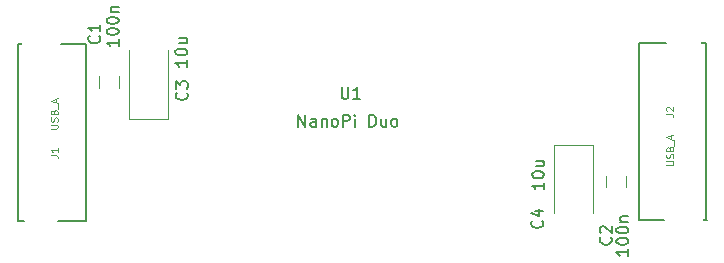
<source format=gto>
G04 #@! TF.FileFunction,Legend,Top*
%FSLAX46Y46*%
G04 Gerber Fmt 4.6, Leading zero omitted, Abs format (unit mm)*
G04 Created by KiCad (PCBNEW 4.0.7-e2-6376~58~ubuntu16.04.1) date Mon Jan  8 16:23:01 2018*
%MOMM*%
%LPD*%
G01*
G04 APERTURE LIST*
%ADD10C,0.100000*%
%ADD11C,0.120000*%
%ADD12C,0.150000*%
%ADD13C,3.600000*%
%ADD14R,1.650000X1.900000*%
%ADD15R,2.900000X3.600000*%
%ADD16C,2.400000*%
%ADD17C,1.901140*%
%ADD18C,3.399740*%
G04 APERTURE END LIST*
D10*
D11*
X129500000Y-101150000D02*
X129500000Y-102150000D01*
X131200000Y-102150000D02*
X131200000Y-101150000D01*
X174100000Y-110550000D02*
X174100000Y-109550000D01*
X172400000Y-109550000D02*
X172400000Y-110550000D01*
X132050000Y-104750000D02*
X132050000Y-98950000D01*
X135350000Y-104750000D02*
X135350000Y-98950000D01*
X132050000Y-104750000D02*
X135350000Y-104750000D01*
X171311007Y-106916425D02*
X171311007Y-112716425D01*
X168011007Y-106916425D02*
X168011007Y-112716425D01*
X171311007Y-106916425D02*
X168011007Y-106916425D01*
D12*
X122649646Y-98403860D02*
X122952166Y-98403860D01*
X128395120Y-113389860D02*
X128395120Y-98403860D01*
X122650000Y-113389860D02*
X122650000Y-98403860D01*
X126249050Y-98403860D02*
X128395120Y-98403860D01*
X126049471Y-113389860D02*
X128395120Y-113389860D01*
X122650000Y-113389860D02*
X123152507Y-113389860D01*
X180930354Y-113346140D02*
X180627834Y-113346140D01*
X175184880Y-98360140D02*
X175184880Y-113346140D01*
X180930000Y-98360140D02*
X180930000Y-113346140D01*
X177330950Y-113346140D02*
X175184880Y-113346140D01*
X177530529Y-98360140D02*
X175184880Y-98360140D01*
X180930000Y-98360140D02*
X180427493Y-98360140D01*
X129507143Y-97716666D02*
X129554762Y-97764285D01*
X129602381Y-97907142D01*
X129602381Y-98002380D01*
X129554762Y-98145238D01*
X129459524Y-98240476D01*
X129364286Y-98288095D01*
X129173810Y-98335714D01*
X129030952Y-98335714D01*
X128840476Y-98288095D01*
X128745238Y-98240476D01*
X128650000Y-98145238D01*
X128602381Y-98002380D01*
X128602381Y-97907142D01*
X128650000Y-97764285D01*
X128697619Y-97716666D01*
X129602381Y-96764285D02*
X129602381Y-97335714D01*
X129602381Y-97050000D02*
X128602381Y-97050000D01*
X128745238Y-97145238D01*
X128840476Y-97240476D01*
X128888095Y-97335714D01*
X131152381Y-98019047D02*
X131152381Y-98590476D01*
X131152381Y-98304762D02*
X130152381Y-98304762D01*
X130295238Y-98400000D01*
X130390476Y-98495238D01*
X130438095Y-98590476D01*
X130152381Y-97400000D02*
X130152381Y-97304761D01*
X130200000Y-97209523D01*
X130247619Y-97161904D01*
X130342857Y-97114285D01*
X130533333Y-97066666D01*
X130771429Y-97066666D01*
X130961905Y-97114285D01*
X131057143Y-97161904D01*
X131104762Y-97209523D01*
X131152381Y-97304761D01*
X131152381Y-97400000D01*
X131104762Y-97495238D01*
X131057143Y-97542857D01*
X130961905Y-97590476D01*
X130771429Y-97638095D01*
X130533333Y-97638095D01*
X130342857Y-97590476D01*
X130247619Y-97542857D01*
X130200000Y-97495238D01*
X130152381Y-97400000D01*
X130152381Y-96447619D02*
X130152381Y-96352380D01*
X130200000Y-96257142D01*
X130247619Y-96209523D01*
X130342857Y-96161904D01*
X130533333Y-96114285D01*
X130771429Y-96114285D01*
X130961905Y-96161904D01*
X131057143Y-96209523D01*
X131104762Y-96257142D01*
X131152381Y-96352380D01*
X131152381Y-96447619D01*
X131104762Y-96542857D01*
X131057143Y-96590476D01*
X130961905Y-96638095D01*
X130771429Y-96685714D01*
X130533333Y-96685714D01*
X130342857Y-96638095D01*
X130247619Y-96590476D01*
X130200000Y-96542857D01*
X130152381Y-96447619D01*
X130485714Y-95685714D02*
X131152381Y-95685714D01*
X130580952Y-95685714D02*
X130533333Y-95638095D01*
X130485714Y-95542857D01*
X130485714Y-95399999D01*
X130533333Y-95304761D01*
X130628571Y-95257142D01*
X131152381Y-95257142D01*
X172807143Y-114766666D02*
X172854762Y-114814285D01*
X172902381Y-114957142D01*
X172902381Y-115052380D01*
X172854762Y-115195238D01*
X172759524Y-115290476D01*
X172664286Y-115338095D01*
X172473810Y-115385714D01*
X172330952Y-115385714D01*
X172140476Y-115338095D01*
X172045238Y-115290476D01*
X171950000Y-115195238D01*
X171902381Y-115052380D01*
X171902381Y-114957142D01*
X171950000Y-114814285D01*
X171997619Y-114766666D01*
X171997619Y-114385714D02*
X171950000Y-114338095D01*
X171902381Y-114242857D01*
X171902381Y-114004761D01*
X171950000Y-113909523D01*
X171997619Y-113861904D01*
X172092857Y-113814285D01*
X172188095Y-113814285D01*
X172330952Y-113861904D01*
X172902381Y-114433333D01*
X172902381Y-113814285D01*
X174302381Y-115769047D02*
X174302381Y-116340476D01*
X174302381Y-116054762D02*
X173302381Y-116054762D01*
X173445238Y-116150000D01*
X173540476Y-116245238D01*
X173588095Y-116340476D01*
X173302381Y-115150000D02*
X173302381Y-115054761D01*
X173350000Y-114959523D01*
X173397619Y-114911904D01*
X173492857Y-114864285D01*
X173683333Y-114816666D01*
X173921429Y-114816666D01*
X174111905Y-114864285D01*
X174207143Y-114911904D01*
X174254762Y-114959523D01*
X174302381Y-115054761D01*
X174302381Y-115150000D01*
X174254762Y-115245238D01*
X174207143Y-115292857D01*
X174111905Y-115340476D01*
X173921429Y-115388095D01*
X173683333Y-115388095D01*
X173492857Y-115340476D01*
X173397619Y-115292857D01*
X173350000Y-115245238D01*
X173302381Y-115150000D01*
X173302381Y-114197619D02*
X173302381Y-114102380D01*
X173350000Y-114007142D01*
X173397619Y-113959523D01*
X173492857Y-113911904D01*
X173683333Y-113864285D01*
X173921429Y-113864285D01*
X174111905Y-113911904D01*
X174207143Y-113959523D01*
X174254762Y-114007142D01*
X174302381Y-114102380D01*
X174302381Y-114197619D01*
X174254762Y-114292857D01*
X174207143Y-114340476D01*
X174111905Y-114388095D01*
X173921429Y-114435714D01*
X173683333Y-114435714D01*
X173492857Y-114388095D01*
X173397619Y-114340476D01*
X173350000Y-114292857D01*
X173302381Y-114197619D01*
X173635714Y-113435714D02*
X174302381Y-113435714D01*
X173730952Y-113435714D02*
X173683333Y-113388095D01*
X173635714Y-113292857D01*
X173635714Y-113149999D01*
X173683333Y-113054761D01*
X173778571Y-113007142D01*
X174302381Y-113007142D01*
X136907143Y-102516666D02*
X136954762Y-102564285D01*
X137002381Y-102707142D01*
X137002381Y-102802380D01*
X136954762Y-102945238D01*
X136859524Y-103040476D01*
X136764286Y-103088095D01*
X136573810Y-103135714D01*
X136430952Y-103135714D01*
X136240476Y-103088095D01*
X136145238Y-103040476D01*
X136050000Y-102945238D01*
X136002381Y-102802380D01*
X136002381Y-102707142D01*
X136050000Y-102564285D01*
X136097619Y-102516666D01*
X136002381Y-102183333D02*
X136002381Y-101564285D01*
X136383333Y-101897619D01*
X136383333Y-101754761D01*
X136430952Y-101659523D01*
X136478571Y-101611904D01*
X136573810Y-101564285D01*
X136811905Y-101564285D01*
X136907143Y-101611904D01*
X136954762Y-101659523D01*
X137002381Y-101754761D01*
X137002381Y-102040476D01*
X136954762Y-102135714D01*
X136907143Y-102183333D01*
X136952381Y-99742857D02*
X136952381Y-100314286D01*
X136952381Y-100028572D02*
X135952381Y-100028572D01*
X136095238Y-100123810D01*
X136190476Y-100219048D01*
X136238095Y-100314286D01*
X135952381Y-99123810D02*
X135952381Y-99028571D01*
X136000000Y-98933333D01*
X136047619Y-98885714D01*
X136142857Y-98838095D01*
X136333333Y-98790476D01*
X136571429Y-98790476D01*
X136761905Y-98838095D01*
X136857143Y-98885714D01*
X136904762Y-98933333D01*
X136952381Y-99028571D01*
X136952381Y-99123810D01*
X136904762Y-99219048D01*
X136857143Y-99266667D01*
X136761905Y-99314286D01*
X136571429Y-99361905D01*
X136333333Y-99361905D01*
X136142857Y-99314286D01*
X136047619Y-99266667D01*
X136000000Y-99219048D01*
X135952381Y-99123810D01*
X136285714Y-97933333D02*
X136952381Y-97933333D01*
X136285714Y-98361905D02*
X136809524Y-98361905D01*
X136904762Y-98314286D01*
X136952381Y-98219048D01*
X136952381Y-98076190D01*
X136904762Y-97980952D01*
X136857143Y-97933333D01*
X167007143Y-113366666D02*
X167054762Y-113414285D01*
X167102381Y-113557142D01*
X167102381Y-113652380D01*
X167054762Y-113795238D01*
X166959524Y-113890476D01*
X166864286Y-113938095D01*
X166673810Y-113985714D01*
X166530952Y-113985714D01*
X166340476Y-113938095D01*
X166245238Y-113890476D01*
X166150000Y-113795238D01*
X166102381Y-113652380D01*
X166102381Y-113557142D01*
X166150000Y-113414285D01*
X166197619Y-113366666D01*
X166435714Y-112509523D02*
X167102381Y-112509523D01*
X166054762Y-112747619D02*
X166769048Y-112985714D01*
X166769048Y-112366666D01*
X167152381Y-110142857D02*
X167152381Y-110714286D01*
X167152381Y-110428572D02*
X166152381Y-110428572D01*
X166295238Y-110523810D01*
X166390476Y-110619048D01*
X166438095Y-110714286D01*
X166152381Y-109523810D02*
X166152381Y-109428571D01*
X166200000Y-109333333D01*
X166247619Y-109285714D01*
X166342857Y-109238095D01*
X166533333Y-109190476D01*
X166771429Y-109190476D01*
X166961905Y-109238095D01*
X167057143Y-109285714D01*
X167104762Y-109333333D01*
X167152381Y-109428571D01*
X167152381Y-109523810D01*
X167104762Y-109619048D01*
X167057143Y-109666667D01*
X166961905Y-109714286D01*
X166771429Y-109761905D01*
X166533333Y-109761905D01*
X166342857Y-109714286D01*
X166247619Y-109666667D01*
X166200000Y-109619048D01*
X166152381Y-109523810D01*
X166485714Y-108333333D02*
X167152381Y-108333333D01*
X166485714Y-108761905D02*
X167009524Y-108761905D01*
X167104762Y-108714286D01*
X167152381Y-108619048D01*
X167152381Y-108476190D01*
X167104762Y-108380952D01*
X167057143Y-108333333D01*
X150038095Y-102052381D02*
X150038095Y-102861905D01*
X150085714Y-102957143D01*
X150133333Y-103004762D01*
X150228571Y-103052381D01*
X150419048Y-103052381D01*
X150514286Y-103004762D01*
X150561905Y-102957143D01*
X150609524Y-102861905D01*
X150609524Y-102052381D01*
X151609524Y-103052381D02*
X151038095Y-103052381D01*
X151323809Y-103052381D02*
X151323809Y-102052381D01*
X151228571Y-102195238D01*
X151133333Y-102290476D01*
X151038095Y-102338095D01*
X146383333Y-105402381D02*
X146383333Y-104402381D01*
X146954762Y-105402381D01*
X146954762Y-104402381D01*
X147859524Y-105402381D02*
X147859524Y-104878571D01*
X147811905Y-104783333D01*
X147716667Y-104735714D01*
X147526190Y-104735714D01*
X147430952Y-104783333D01*
X147859524Y-105354762D02*
X147764286Y-105402381D01*
X147526190Y-105402381D01*
X147430952Y-105354762D01*
X147383333Y-105259524D01*
X147383333Y-105164286D01*
X147430952Y-105069048D01*
X147526190Y-105021429D01*
X147764286Y-105021429D01*
X147859524Y-104973810D01*
X148335714Y-104735714D02*
X148335714Y-105402381D01*
X148335714Y-104830952D02*
X148383333Y-104783333D01*
X148478571Y-104735714D01*
X148621429Y-104735714D01*
X148716667Y-104783333D01*
X148764286Y-104878571D01*
X148764286Y-105402381D01*
X149383333Y-105402381D02*
X149288095Y-105354762D01*
X149240476Y-105307143D01*
X149192857Y-105211905D01*
X149192857Y-104926190D01*
X149240476Y-104830952D01*
X149288095Y-104783333D01*
X149383333Y-104735714D01*
X149526191Y-104735714D01*
X149621429Y-104783333D01*
X149669048Y-104830952D01*
X149716667Y-104926190D01*
X149716667Y-105211905D01*
X149669048Y-105307143D01*
X149621429Y-105354762D01*
X149526191Y-105402381D01*
X149383333Y-105402381D01*
X150145238Y-105402381D02*
X150145238Y-104402381D01*
X150526191Y-104402381D01*
X150621429Y-104450000D01*
X150669048Y-104497619D01*
X150716667Y-104592857D01*
X150716667Y-104735714D01*
X150669048Y-104830952D01*
X150621429Y-104878571D01*
X150526191Y-104926190D01*
X150145238Y-104926190D01*
X151145238Y-105402381D02*
X151145238Y-104735714D01*
X151145238Y-104402381D02*
X151097619Y-104450000D01*
X151145238Y-104497619D01*
X151192857Y-104450000D01*
X151145238Y-104402381D01*
X151145238Y-104497619D01*
X152383333Y-105402381D02*
X152383333Y-104402381D01*
X152621428Y-104402381D01*
X152764286Y-104450000D01*
X152859524Y-104545238D01*
X152907143Y-104640476D01*
X152954762Y-104830952D01*
X152954762Y-104973810D01*
X152907143Y-105164286D01*
X152859524Y-105259524D01*
X152764286Y-105354762D01*
X152621428Y-105402381D01*
X152383333Y-105402381D01*
X153811905Y-104735714D02*
X153811905Y-105402381D01*
X153383333Y-104735714D02*
X153383333Y-105259524D01*
X153430952Y-105354762D01*
X153526190Y-105402381D01*
X153669048Y-105402381D01*
X153764286Y-105354762D01*
X153811905Y-105307143D01*
X154430952Y-105402381D02*
X154335714Y-105354762D01*
X154288095Y-105307143D01*
X154240476Y-105211905D01*
X154240476Y-104926190D01*
X154288095Y-104830952D01*
X154335714Y-104783333D01*
X154430952Y-104735714D01*
X154573810Y-104735714D01*
X154669048Y-104783333D01*
X154716667Y-104830952D01*
X154764286Y-104926190D01*
X154764286Y-105211905D01*
X154716667Y-105307143D01*
X154669048Y-105354762D01*
X154573810Y-105402381D01*
X154430952Y-105402381D01*
D11*
X125392549Y-107828860D02*
X125821120Y-107828860D01*
X125906834Y-107857432D01*
X125963977Y-107914575D01*
X125992549Y-108000289D01*
X125992549Y-108057432D01*
X125992549Y-107228860D02*
X125992549Y-107571717D01*
X125992549Y-107400289D02*
X125392549Y-107400289D01*
X125478263Y-107457432D01*
X125535406Y-107514574D01*
X125563977Y-107571717D01*
X125392549Y-105569717D02*
X125878263Y-105569717D01*
X125935406Y-105541145D01*
X125963977Y-105512574D01*
X125992549Y-105455431D01*
X125992549Y-105341145D01*
X125963977Y-105284003D01*
X125935406Y-105255431D01*
X125878263Y-105226860D01*
X125392549Y-105226860D01*
X125963977Y-104969717D02*
X125992549Y-104884003D01*
X125992549Y-104741146D01*
X125963977Y-104684003D01*
X125935406Y-104655432D01*
X125878263Y-104626860D01*
X125821120Y-104626860D01*
X125763977Y-104655432D01*
X125735406Y-104684003D01*
X125706834Y-104741146D01*
X125678263Y-104855432D01*
X125649691Y-104912574D01*
X125621120Y-104941146D01*
X125563977Y-104969717D01*
X125506834Y-104969717D01*
X125449691Y-104941146D01*
X125421120Y-104912574D01*
X125392549Y-104855432D01*
X125392549Y-104712574D01*
X125421120Y-104626860D01*
X125678263Y-104169717D02*
X125706834Y-104084003D01*
X125735406Y-104055431D01*
X125792549Y-104026860D01*
X125878263Y-104026860D01*
X125935406Y-104055431D01*
X125963977Y-104084003D01*
X125992549Y-104141145D01*
X125992549Y-104369717D01*
X125392549Y-104369717D01*
X125392549Y-104169717D01*
X125421120Y-104112574D01*
X125449691Y-104084003D01*
X125506834Y-104055431D01*
X125563977Y-104055431D01*
X125621120Y-104084003D01*
X125649691Y-104112574D01*
X125678263Y-104169717D01*
X125678263Y-104369717D01*
X126049691Y-103912574D02*
X126049691Y-103455431D01*
X125821120Y-103341145D02*
X125821120Y-103055431D01*
X125992549Y-103398288D02*
X125392549Y-103198288D01*
X125992549Y-102998288D01*
X177530309Y-104321140D02*
X177958880Y-104321140D01*
X178044594Y-104349712D01*
X178101737Y-104406855D01*
X178130309Y-104492569D01*
X178130309Y-104549712D01*
X177587451Y-104063997D02*
X177558880Y-104035426D01*
X177530309Y-103978283D01*
X177530309Y-103835426D01*
X177558880Y-103778283D01*
X177587451Y-103749712D01*
X177644594Y-103721140D01*
X177701737Y-103721140D01*
X177787451Y-103749712D01*
X178130309Y-104092569D01*
X178130309Y-103721140D01*
X177530309Y-108665997D02*
X178016023Y-108665997D01*
X178073166Y-108637425D01*
X178101737Y-108608854D01*
X178130309Y-108551711D01*
X178130309Y-108437425D01*
X178101737Y-108380283D01*
X178073166Y-108351711D01*
X178016023Y-108323140D01*
X177530309Y-108323140D01*
X178101737Y-108065997D02*
X178130309Y-107980283D01*
X178130309Y-107837426D01*
X178101737Y-107780283D01*
X178073166Y-107751712D01*
X178016023Y-107723140D01*
X177958880Y-107723140D01*
X177901737Y-107751712D01*
X177873166Y-107780283D01*
X177844594Y-107837426D01*
X177816023Y-107951712D01*
X177787451Y-108008854D01*
X177758880Y-108037426D01*
X177701737Y-108065997D01*
X177644594Y-108065997D01*
X177587451Y-108037426D01*
X177558880Y-108008854D01*
X177530309Y-107951712D01*
X177530309Y-107808854D01*
X177558880Y-107723140D01*
X177816023Y-107265997D02*
X177844594Y-107180283D01*
X177873166Y-107151711D01*
X177930309Y-107123140D01*
X178016023Y-107123140D01*
X178073166Y-107151711D01*
X178101737Y-107180283D01*
X178130309Y-107237425D01*
X178130309Y-107465997D01*
X177530309Y-107465997D01*
X177530309Y-107265997D01*
X177558880Y-107208854D01*
X177587451Y-107180283D01*
X177644594Y-107151711D01*
X177701737Y-107151711D01*
X177758880Y-107180283D01*
X177787451Y-107208854D01*
X177816023Y-107265997D01*
X177816023Y-107465997D01*
X178187451Y-107008854D02*
X178187451Y-106551711D01*
X177958880Y-106437425D02*
X177958880Y-106151711D01*
X178130309Y-106494568D02*
X177530309Y-106294568D01*
X178130309Y-106094568D01*
%LPC*%
D13*
X184850000Y-92900000D03*
X184800000Y-118850000D03*
X118800000Y-118900000D03*
D14*
X130350000Y-102900000D03*
X130350000Y-100400000D03*
X173250000Y-108800000D03*
X173250000Y-111300000D03*
D15*
X133700000Y-102850000D03*
X133700000Y-98550000D03*
X169661007Y-108816425D03*
X169661007Y-113116425D03*
D16*
X132702300Y-94437200D03*
X135242300Y-94437200D03*
X137782300Y-94437200D03*
X140322300Y-94437200D03*
X142862300Y-94437200D03*
X145402300Y-94437200D03*
X147942300Y-94437200D03*
X150482300Y-94437200D03*
X153022300Y-94437200D03*
X155562300Y-94437200D03*
X158102300Y-94437200D03*
X160642300Y-94437200D03*
X163182300Y-94437200D03*
X165722300Y-94437200D03*
X168262300Y-94437200D03*
X170802300Y-94437200D03*
X170802300Y-117437200D03*
X168262300Y-117437200D03*
X165722300Y-117437200D03*
X163182300Y-117437200D03*
X160642300Y-117437200D03*
X158102300Y-117437200D03*
X155562300Y-117437200D03*
X153022300Y-117437200D03*
X150482300Y-117437200D03*
X147942300Y-117437200D03*
X145402300Y-117437200D03*
X142862300Y-117437200D03*
X140322300Y-117437200D03*
X137782300Y-117437200D03*
X135242300Y-117437200D03*
X132702300Y-117437200D03*
D13*
X118750000Y-92850000D03*
D17*
X127252120Y-109452860D03*
X127252120Y-106912860D03*
X127252120Y-104880860D03*
X127252120Y-102340860D03*
D18*
X124585120Y-112500860D03*
X124585120Y-98784860D03*
D17*
X176327880Y-102297140D03*
X176327880Y-104837140D03*
X176327880Y-106869140D03*
X176327880Y-109409140D03*
D18*
X178994880Y-99249140D03*
X178994880Y-112965140D03*
M02*

</source>
